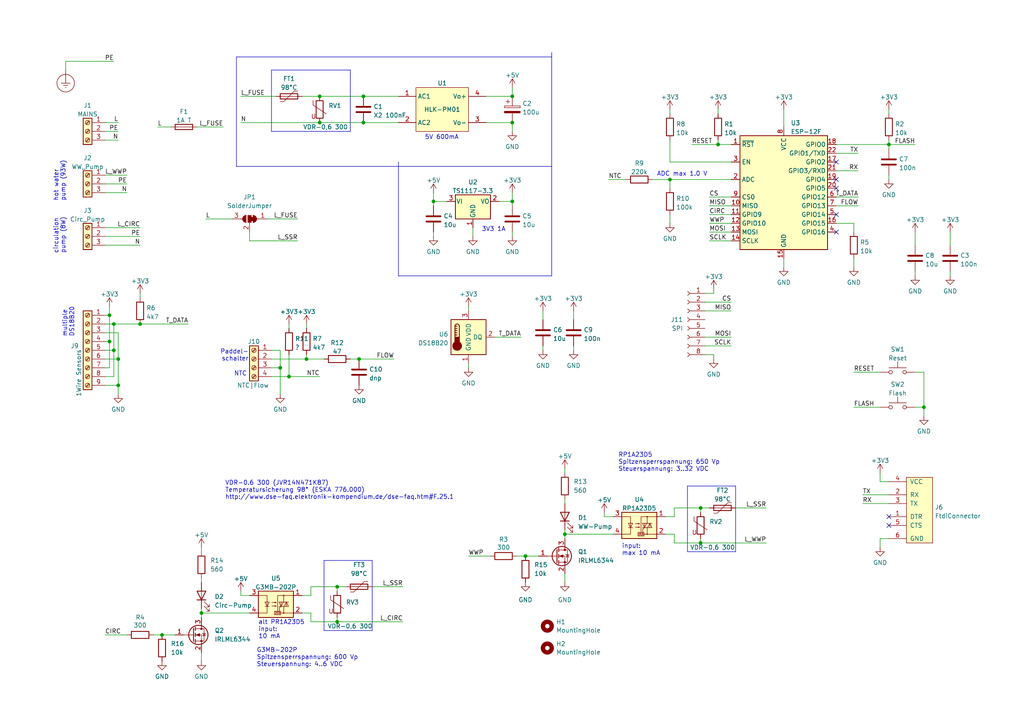
<source format=kicad_sch>
(kicad_sch (version 20231120) (generator "eeschema") (generator_version "8.0")
  (paper "A4")
  (title_block (title "TWW - Trinkwarmwasser") (date "2024-10-22") (rev "1.1") (comment 1 "CC BY-NC-SA 4.0"))
  (lib_symbols
    (symbol "Connector:Conn_01x08_Socket" (pin_names (offset 1.016) hide)
      (property "Reference" "J" (at 0 10.16 0))
      (property "Value" "Conn_01x08_Socket" (at 0 -12.7 0))
      (symbol "Conn_01x08_Socket_1_1"
        (pin passive line (at -5.08 7.62 0) (length 3.81) (name "Pin_1") (number "1"))
        (pin passive line (at -5.08 5.08 0) (length 3.81) (name "Pin_2") (number "2"))
        (pin passive line (at -5.08 2.54 0) (length 3.81) (name "Pin_3") (number "3"))
        (pin passive line (at -5.08 0 0) (length 3.81) (name "Pin_4") (number "4"))
        (pin passive line (at -5.08 -2.54 0) (length 3.81) (name "Pin_5") (number "5"))
        (pin passive line (at -5.08 -5.08 0) (length 3.81) (name "Pin_6") (number "6"))
        (pin passive line (at -5.08 -7.62 0) (length 3.81) (name "Pin_7") (number "7"))
        (pin passive line (at -5.08 -10.16 0) (length 3.81) (name "Pin_8") (number "8"))
      )
    )
    (symbol "Connector:Screw_Terminal_01x03" (pin_names (offset 1.016) hide)
      (property "Reference" "J" (at 0 5.08 0))
      (property "Value" "Screw_Terminal_01x03" (at 0 -5.08 0))
      (symbol "Screw_Terminal_01x03_1_1"
        (pin passive line (at -5.08 2.54 0) (length 3.81) (name "Pin_1") (number "1"))
        (pin passive line (at -5.08 0 0) (length 3.81) (name "Pin_2") (number "2"))
        (pin passive line (at -5.08 -2.54 0) (length 3.81) (name "Pin_3") (number "3"))
      )
    )
    (symbol "Connector:Screw_Terminal_01x04" (pin_names (offset 1.016) hide)
      (property "Reference" "J" (at 0 5.08 0))
      (property "Value" "Screw_Terminal_01x04" (at 0 -7.62 0))
      (symbol "Screw_Terminal_01x04_1_1"
        (pin passive line (at -5.08 2.54 0) (length 3.81) (name "Pin_1") (number "1"))
        (pin passive line (at -5.08 0 0) (length 3.81) (name "Pin_2") (number "2"))
        (pin passive line (at -5.08 -2.54 0) (length 3.81) (name "Pin_3") (number "3"))
        (pin passive line (at -5.08 -5.08 0) (length 3.81) (name "Pin_4") (number "4"))
      )
    )
    (symbol "Connector:Screw_Terminal_01x09" (pin_names (offset 1.016) hide)
      (property "Reference" "J" (at 0 12.7 0))
      (property "Value" "Screw_Terminal_01x09" (at 0 -12.7 0))
      (symbol "Screw_Terminal_01x09_1_1"
        (pin passive line (at -5.08 10.16 0) (length 3.81) (name "Pin_1") (number "1"))
        (pin passive line (at -5.08 7.62 0) (length 3.81) (name "Pin_2") (number "2"))
        (pin passive line (at -5.08 5.08 0) (length 3.81) (name "Pin_3") (number "3"))
        (pin passive line (at -5.08 2.54 0) (length 3.81) (name "Pin_4") (number "4"))
        (pin passive line (at -5.08 0 0) (length 3.81) (name "Pin_5") (number "5"))
        (pin passive line (at -5.08 -2.54 0) (length 3.81) (name "Pin_6") (number "6"))
        (pin passive line (at -5.08 -5.08 0) (length 3.81) (name "Pin_7") (number "7"))
        (pin passive line (at -5.08 -7.62 0) (length 3.81) (name "Pin_8") (number "8"))
        (pin passive line (at -5.08 -10.16 0) (length 3.81) (name "Pin_9") (number "9"))
      )
    )
    (symbol "Device:C" (pin_numbers hide) (pin_names (offset 0.254))
      (property "Reference" "C" (at 0.635 2.54 0))
      (property "Value" "C" (at 0.635 -2.54 0))
      (symbol "C_1_1"
        (pin passive line (at 0 3.81 270) (length 2.794) (name "~") (number "1"))
        (pin passive line (at 0 -3.81 90) (length 2.794) (name "~") (number "2"))
      )
    )
    (symbol "Device:C_Polarized" (pin_numbers hide) (pin_names (offset 0.254))
      (property "Reference" "C" (at 0.635 2.54 0))
      (property "Value" "C_Polarized" (at 0.635 -2.54 0))
      (symbol "C_Polarized_1_1"
        (pin passive line (at 0 3.81 270) (length 2.794) (name "~") (number "1"))
        (pin passive line (at 0 -3.81 90) (length 2.794) (name "~") (number "2"))
      )
    )
    (symbol "Device:Fuse" (pin_numbers hide) (pin_names (offset 0))
      (property "Reference" "F" (at 2.032 0 90))
      (property "Value" "Fuse" (at -1.905 0 90))
      (symbol "Fuse_1_1"
        (pin passive line (at 0 3.81 270) (length 1.27) (name "~") (number "1"))
        (pin passive line (at 0 -3.81 90) (length 1.27) (name "~") (number "2"))
      )
    )
    (symbol "Device:LED" (pin_numbers hide) (pin_names (offset 1.016) hide)
      (property "Reference" "D" (at 0 2.54 0))
      (property "Value" "LED" (at 0 -2.54 0))
      (symbol "LED_1_1"
        (pin passive line (at -3.81 0 0) (length 2.54) (name "K") (number "1"))
        (pin passive line (at 3.81 0 180) (length 2.54) (name "A") (number "2"))
      )
    )
    (symbol "Device:Polyfuse" (pin_numbers hide) (pin_names (offset 0))
      (property "Reference" "F" (at -2.54 0 90))
      (property "Value" "Polyfuse" (at 2.54 0 90))
      (symbol "Polyfuse_1_1"
        (pin passive line (at 0 3.81 270) (length 1.27) (name "~") (number "1"))
        (pin passive line (at 0 -3.81 90) (length 1.27) (name "~") (number "2"))
      )
    )
    (symbol "Device:R" (pin_numbers hide) (pin_names (offset 0))
      (property "Reference" "R" (at 2.032 0 90))
      (property "Value" "R" (at 0 0 90))
      (symbol "R_1_1"
        (pin passive line (at 0 3.81 270) (length 1.27) (name "~") (number "1"))
        (pin passive line (at 0 -3.81 90) (length 1.27) (name "~") (number "2"))
      )
    )
    (symbol "Device:Varistor" (pin_numbers hide) (pin_names (offset 0))
      (property "Reference" "RV" (at 3.175 0 90))
      (property "Value" "Varistor" (at -3.175 0 90))
      (symbol "Varistor_0_0"
        (text "U" (at -1.778 -2.032 0) (effects (font (size 1.27 1.27))))
      )
      (symbol "Varistor_1_1"
        (pin passive line (at 0 3.81 270) (length 1.27) (name "~") (number "1"))
        (pin passive line (at 0 -3.81 90) (length 1.27) (name "~") (number "2"))
      )
    )
    (symbol "Jumper:SolderJumper_3_Bridged12" (pin_names (offset 0) hide) (exclude_from_sim yes) (in_bom no)
      (property "Reference" "JP" (at -2.54 -2.54 0))
      (property "Value" "SolderJumper_3_Bridged12" (at 0 2.794 0))
      (symbol "SolderJumper_3_Bridged12_1_1"
        (pin passive line (at -5.08 0 0) (length 2.54) (name "A") (number "1"))
        (pin passive line (at 0 -3.81 90) (length 2.54) (name "C") (number "2"))
        (pin passive line (at 5.08 0 180) (length 2.54) (name "B") (number "3"))
      )
    )
    (symbol "Mechanical:MountingHole" (pin_names (offset 1.016))
      (property "Reference" "H" (at 0 5.08 0))
      (property "Value" "MountingHole" (at 0 3.175 0))
    )
    (symbol "RF_Module:ESP-12F"
      (property "Reference" "U" (at -12.7 19.05 0))
      (property "Value" "ESP-12F" (at 12.7 19.05 0))
      (symbol "ESP-12F_1_1"
        (pin input line (at -15.24 15.24 0) (length 2.54) (name "~{RST}") (number "1"))
        (pin bidirectional line (at -15.24 -2.54 0) (length 2.54) (name "MISO") (number "10"))
        (pin bidirectional line (at -15.24 -5.08 0) (length 2.54) (name "GPIO9") (number "11"))
        (pin bidirectional line (at -15.24 -7.62 0) (length 2.54) (name "GPIO10") (number "12"))
        (pin bidirectional line (at -15.24 -10.16 0) (length 2.54) (name "MOSI") (number "13"))
        (pin bidirectional line (at -15.24 -12.7 0) (length 2.54) (name "SCLK") (number "14"))
        (pin power_in line (at 0 -17.78 90) (length 2.54) (name "GND") (number "15"))
        (pin bidirectional line (at 15.24 -7.62 180) (length 2.54) (name "GPIO15") (number "16"))
        (pin bidirectional line (at 15.24 10.16 180) (length 2.54) (name "GPIO2") (number "17"))
        (pin bidirectional line (at 15.24 15.24 180) (length 2.54) (name "GPIO0") (number "18"))
        (pin bidirectional line (at 15.24 5.08 180) (length 2.54) (name "GPIO4") (number "19"))
        (pin input line (at -15.24 5.08 0) (length 2.54) (name "ADC") (number "2"))
        (pin bidirectional line (at 15.24 2.54 180) (length 2.54) (name "GPIO5") (number "20"))
        (pin bidirectional line (at 15.24 7.62 180) (length 2.54) (name "GPIO3/RXD") (number "21"))
        (pin bidirectional line (at 15.24 12.7 180) (length 2.54) (name "GPIO1/TXD") (number "22"))
        (pin input line (at -15.24 10.16 0) (length 2.54) (name "EN") (number "3"))
        (pin bidirectional line (at 15.24 -10.16 180) (length 2.54) (name "GPIO16") (number "4"))
        (pin bidirectional line (at 15.24 -5.08 180) (length 2.54) (name "GPIO14") (number "5"))
        (pin bidirectional line (at 15.24 0 180) (length 2.54) (name "GPIO12") (number "6"))
        (pin bidirectional line (at 15.24 -2.54 180) (length 2.54) (name "GPIO13") (number "7"))
        (pin power_in line (at 0 20.32 270) (length 2.54) (name "VCC") (number "8"))
        (pin input line (at -15.24 0 0) (length 2.54) (name "CS0") (number "9"))
      )
    )
    (symbol "Regulator_Linear:AMS1117-3.3" (pin_names (offset 0.254))
      (property "Reference" "U" (at -3.81 3.175 0))
      (property "Value" "AMS1117-3.3" (at 0 3.175 0))
      (symbol "AMS1117-3.3_1_1"
        (pin power_in line (at 0 -7.62 90) (length 2.54) (name "GND") (number "1"))
        (pin power_out line (at 7.62 0 180) (length 2.54) (name "VO") (number "2"))
        (pin power_in line (at -7.62 0 0) (length 2.54) (name "VI") (number "3"))
      )
    )
    (symbol "Relay_SolidState:S102S02"
      (property "Reference" "U" (at -5.08 5.08 0))
      (property "Value" "S102S02" (at 0 5.08 0))
      (symbol "S102S02_0_0"
        (text "ZCD" (at 0.508 -2.54 0) (effects (font (size 0.508 0.508))))
      )
      (symbol "S102S02_1_1"
        (pin passive line (at 7.62 2.54 180) (length 2.54) (name "~") (number "1"))
        (pin passive line (at 7.62 -2.54 180) (length 2.54) (name "~") (number "2"))
        (pin passive line (at -7.62 2.54 0) (length 2.54) (name "~") (number "3"))
        (pin passive line (at -7.62 -2.54 0) (length 2.54) (name "~") (number "4"))
      )
    )
    (symbol "Sensor_Temperature:DS18B20" (pin_names (offset 1.016))
      (property "Reference" "U" (at -3.81 6.35 0))
      (property "Value" "DS18B20" (at 6.35 6.35 0))
      (symbol "DS18B20_1_1"
        (pin power_in line (at 0 -7.62 90) (length 2.54) (name "GND") (number "1"))
        (pin bidirectional line (at 7.62 0 180) (length 2.54) (name "DQ") (number "2"))
        (pin power_in line (at 0 7.62 270) (length 2.54) (name "VDD") (number "3"))
      )
    )
    (symbol "Switch:SW_Push" (pin_numbers hide) (pin_names (offset 1.016) hide)
      (property "Reference" "SW" (at 1.27 2.54 0))
      (property "Value" "SW_Push" (at 0 -1.524 0))
      (symbol "SW_Push_0_1"
        (pin passive line (at -5.08 0 0) (length 2.54) (name "1") (number "1"))
        (pin passive line (at 5.08 0 180) (length 2.54) (name "2") (number "2"))
      )
    )
    (symbol "Transistor_FET:IRLML2060" (pin_names hide)
      (property "Reference" "Q" (at 5.08 1.905 0))
      (property "Value" "IRLML2060" (at 5.08 0 0))
      (symbol "IRLML2060_1_1"
        (pin input line (at -5.08 0 0) (length 2.54) (name "G") (number "1"))
        (pin passive line (at 2.54 -5.08 90) (length 2.54) (name "S") (number "2"))
        (pin passive line (at 2.54 5.08 270) (length 2.54) (name "D") (number "3"))
      )
    )
    (symbol "myConnectors:FtdiConnector" (pin_names (offset 1.016))
      (property "Reference" "J" (at 6.35 11.43 0))
      (property "Value" "FtdiConnector" (at 8.89 -10.16 0))
      (symbol "FtdiConnector_1_1"
        (pin passive line (at 0 -1.27 0) (length 5.08) (name "DTR") (number "1"))
        (pin bidirectional line (at 0 5.08 0) (length 5.08) (name "RX") (number "2"))
        (pin bidirectional line (at 0 2.54 0) (length 5.08) (name "TX") (number "3"))
        (pin power_in line (at 0 8.89 0) (length 5.08) (name "VCC") (number "4"))
        (pin passive line (at 0 -3.81 0) (length 5.08) (name "CTS") (number "5"))
        (pin power_in line (at 0 -7.62 0) (length 5.08) (name "GND") (number "6"))
      )
    )
    (symbol "myPowerModules:HLK-PMxx"
      (property "Reference" "U" (at 0 7.62 0))
      (property "Value" "HLK-PMxx" (at 0 0 0))
      (symbol "HLK-PMxx_1_1"
        (pin power_in line (at -12.7 3.81 0) (length 5.08) (name "AC1") (number "1"))
        (pin power_in line (at -12.7 -3.81 0) (length 5.08) (name "AC2") (number "2"))
        (pin power_out line (at 12.7 -3.81 180) (length 5.08) (name "Vo-") (number "3"))
        (pin power_out line (at 12.7 3.81 180) (length 5.08) (name "Vo+") (number "4"))
      )
    )
    (symbol "power:+3V3" (power) (pin_names (offset 0))
      (property "Value" "+3V3" (at 0 3.556 0))
      (symbol "+3V3_1_1"
        (pin power_in line (at 0 0 90) (length 0) hide (name "+3V3") (number "1"))
      )
    )
    (symbol "power:+5V" (power) (pin_names (offset 0))
      (property "Value" "+5V" (at 0 3.556 0))
      (symbol "+5V_1_1"
        (pin power_in line (at 0 0 90) (length 0) hide (name "+5V") (number "1"))
      )
    )
    (symbol "power:Earth_Protective" (power) (pin_names (offset 0))
      (symbol "Earth_Protective_1_1"
        (pin power_in line (at 0 0 270) (length 0) hide (name "Earth_Protective") (number "1"))
      )
    )
    (symbol "power:GND" (power) (pin_names (offset 0))
      (property "Value" "GND" (at 0 -3.81 0))
      (symbol "GND_1_1"
        (pin power_in line (at 0 0 270) (length 0) hide (name "GND") (number "1"))
      )
    )
  )
  (junction (at 46.99 184.15))
  (junction (at 104.14 104.14))
  (junction (at 148.59 58.42))
  (junction (at 194.31 52.07))
  (junction (at 40.64 93.98))
  (junction (at 83.82 109.22))
  (junction (at 267.97 118.11))
  (junction (at 208.28 41.91))
  (junction (at 33.02 93.98))
  (junction (at 105.41 27.94))
  (junction (at 92.71 27.94))
  (junction (at 163.83 154.94))
  (junction (at 92.71 35.56))
  (junction (at 105.41 35.56))
  (junction (at 203.2 157.48))
  (junction (at 148.59 35.56))
  (junction (at 97.79 180.34))
  (junction (at 152.4 161.29))
  (junction (at 97.79 170.18))
  (junction (at 58.42 177.8))
  (junction (at 148.59 27.94))
  (junction (at 125.73 58.42))
  (junction (at 31.75 91.44))
  (junction (at 33.02 101.6))
  (junction (at 257.81 41.91))
  (junction (at 88.9 104.14))
  (junction (at 34.29 111.76))
  (junction (at 203.2 147.32))
  (junction (at 34.29 104.14))
  (junction (at 31.75 99.06))
  (junction (at 81.28 106.68))
  (no_connect (at 242.57 54.61))
  (no_connect (at 257.81 152.4))
  (no_connect (at 257.81 149.86))
  (no_connect (at 242.57 52.07))
  (no_connect (at 242.57 67.31))
  (no_connect (at 242.57 62.23))
  (no_connect (at 242.57 46.99))
  (wire (pts (xy 30.48 101.6) (xy 33.02 101.6)))
  (wire (pts (xy 30.48 40.64) (xy 34.29 40.64)))
  (polyline (pts (xy 93.98 162.56) (xy 93.98 182.88)))
  (wire (pts (xy 148.59 55.88) (xy 148.59 58.42)))
  (polyline (pts (xy 160.02 46.99) (xy 160.02 80.01)))
  (wire (pts (xy 30.48 50.8) (xy 36.83 50.8)))
  (wire (pts (xy 242.57 41.91) (xy 257.81 41.91)))
  (wire (pts (xy 58.42 177.8) (xy 58.42 179.07)))
  (wire (pts (xy 205.74 62.23) (xy 212.09 62.23)))
  (wire (pts (xy 195.58 157.48) (xy 203.2 157.48)))
  (wire (pts (xy 194.31 46.99) (xy 212.09 46.99)))
  (wire (pts (xy 204.47 85.09) (xy 207.01 85.09)))
  (polyline (pts (xy 199.39 140.97) (xy 213.36 140.97)))
  (wire (pts (xy 275.59 78.74) (xy 275.59 80.01)))
  (wire (pts (xy 207.01 85.09) (xy 207.01 83.82)))
  (wire (pts (xy 194.31 52.07) (xy 194.31 54.61)))
  (wire (pts (xy 31.75 99.06) (xy 31.75 106.68)))
  (wire (pts (xy 97.79 170.18) (xy 100.33 170.18)))
  (wire (pts (xy 163.83 144.78) (xy 163.83 146.05)))
  (wire (pts (xy 69.85 35.56) (xy 92.71 35.56)))
  (wire (pts (xy 135.89 88.9) (xy 135.89 90.17)))
  (wire (pts (xy 78.74 106.68) (xy 81.28 106.68)))
  (wire (pts (xy 194.31 62.23) (xy 194.31 64.77)))
  (wire (pts (xy 227.33 31.75) (xy 227.33 36.83)))
  (polyline (pts (xy 78.74 20.32) (xy 78.74 38.1)))
  (wire (pts (xy 30.48 111.76) (xy 34.29 111.76)))
  (wire (pts (xy 58.42 167.64) (xy 58.42 168.91)))
  (wire (pts (xy 204.47 97.79) (xy 212.09 97.79)))
  (wire (pts (xy 69.85 172.72) (xy 72.39 172.72)))
  (wire (pts (xy 204.47 100.33) (xy 212.09 100.33)))
  (wire (pts (xy 157.48 90.17) (xy 157.48 92.71)))
  (wire (pts (xy 242.57 44.45) (xy 248.92 44.45)))
  (wire (pts (xy 30.48 71.12) (xy 40.64 71.12)))
  (wire (pts (xy 105.41 27.94) (xy 115.57 27.94)))
  (wire (pts (xy 57.15 36.83) (xy 64.77 36.83)))
  (wire (pts (xy 83.82 102.87) (xy 83.82 109.22)))
  (wire (pts (xy 193.04 149.86) (xy 195.58 149.86)))
  (wire (pts (xy 257.81 41.91) (xy 265.43 41.91)))
  (wire (pts (xy 105.41 35.56) (xy 115.57 35.56)))
  (wire (pts (xy 30.48 104.14) (xy 34.29 104.14)))
  (wire (pts (xy 19.05 17.78) (xy 19.05 20.32)))
  (wire (pts (xy 30.48 55.88) (xy 36.83 55.88)))
  (polyline (pts (xy 213.36 140.97) (xy 213.36 160.02)))
  (wire (pts (xy 247.65 118.11) (xy 255.27 118.11)))
  (wire (pts (xy 205.74 69.85) (xy 212.09 69.85)))
  (wire (pts (xy 242.57 59.69) (xy 248.92 59.69)))
  (polyline (pts (xy 93.98 162.56) (xy 107.95 162.56)))
  (wire (pts (xy 143.51 97.79) (xy 151.13 97.79)))
  (wire (pts (xy 257.81 156.21) (xy 255.27 156.21)))
  (wire (pts (xy 207.01 102.87) (xy 207.01 104.14)))
  (wire (pts (xy 205.74 64.77) (xy 212.09 64.77)))
  (wire (pts (xy 257.81 40.64) (xy 257.81 41.91)))
  (wire (pts (xy 205.74 57.15) (xy 212.09 57.15)))
  (wire (pts (xy 255.27 137.16) (xy 255.27 139.7)))
  (wire (pts (xy 275.59 67.31) (xy 275.59 71.12)))
  (wire (pts (xy 31.75 88.9) (xy 31.75 91.44)))
  (wire (pts (xy 193.04 154.94) (xy 195.58 154.94)))
  (wire (pts (xy 30.48 38.1) (xy 34.29 38.1)))
  (wire (pts (xy 30.48 106.68) (xy 31.75 106.68)))
  (wire (pts (xy 163.83 135.89) (xy 163.83 137.16)))
  (wire (pts (xy 31.75 91.44) (xy 31.75 99.06)))
  (wire (pts (xy 163.83 153.67) (xy 163.83 154.94)))
  (wire (pts (xy 208.28 41.91) (xy 212.09 41.91)))
  (wire (pts (xy 30.48 109.22) (xy 33.02 109.22)))
  (wire (pts (xy 97.79 179.07) (xy 97.79 180.34)))
  (wire (pts (xy 140.97 27.94) (xy 148.59 27.94)))
  (wire (pts (xy 78.74 101.6) (xy 81.28 101.6)))
  (wire (pts (xy 58.42 158.75) (xy 58.42 160.02)))
  (polyline (pts (xy 101.6 38.1) (xy 78.74 38.1)))
  (polyline (pts (xy 68.58 48.26) (xy 160.02 48.26)))
  (wire (pts (xy 45.72 36.83) (xy 49.53 36.83)))
  (wire (pts (xy 72.39 67.31) (xy 72.39 69.85)))
  (wire (pts (xy 88.9 104.14) (xy 88.9 102.87)))
  (wire (pts (xy 97.79 170.18) (xy 97.79 171.45)))
  (wire (pts (xy 81.28 106.68) (xy 81.28 114.3)))
  (polyline (pts (xy 160.02 46.99) (xy 160.02 15.24)))
  (wire (pts (xy 78.74 109.22) (xy 83.82 109.22)))
  (wire (pts (xy 101.6 104.14) (xy 104.14 104.14)))
  (wire (pts (xy 140.97 35.56) (xy 148.59 35.56)))
  (wire (pts (xy 69.85 171.45) (xy 69.85 172.72)))
  (wire (pts (xy 34.29 111.76) (xy 34.29 114.3)))
  (wire (pts (xy 83.82 93.98) (xy 83.82 95.25)))
  (wire (pts (xy 257.81 31.75) (xy 257.81 33.02)))
  (wire (pts (xy 194.31 52.07) (xy 212.09 52.07)))
  (wire (pts (xy 87.63 177.8) (xy 90.17 177.8)))
  (wire (pts (xy 90.17 172.72) (xy 90.17 170.18)))
  (polyline (pts (xy 115.57 80.01) (xy 115.57 46.99)))
  (wire (pts (xy 195.58 154.94) (xy 195.58 157.48)))
  (polyline (pts (xy 107.95 182.88) (xy 93.98 182.88)))
  (wire (pts (xy 144.78 58.42) (xy 148.59 58.42)))
  (wire (pts (xy 265.43 107.95) (xy 267.97 107.95)))
  (wire (pts (xy 88.9 104.14) (xy 93.98 104.14)))
  (wire (pts (xy 242.57 57.15) (xy 248.92 57.15)))
  (wire (pts (xy 166.37 100.33) (xy 166.37 101.6)))
  (wire (pts (xy 30.48 184.15) (xy 36.83 184.15)))
  (wire (pts (xy 58.42 177.8) (xy 72.39 177.8)))
  (wire (pts (xy 97.79 180.34) (xy 116.84 180.34)))
  (wire (pts (xy 203.2 157.48) (xy 222.25 157.48)))
  (polyline (pts (xy 199.39 140.97) (xy 199.39 160.02)))
  (polyline (pts (xy 107.95 162.56) (xy 107.95 182.88)))
  (wire (pts (xy 204.47 90.17) (xy 212.09 90.17)))
  (wire (pts (xy 157.48 100.33) (xy 157.48 101.6)))
  (wire (pts (xy 204.47 87.63) (xy 212.09 87.63)))
  (wire (pts (xy 30.48 91.44) (xy 31.75 91.44)))
  (wire (pts (xy 40.64 93.98) (xy 54.61 93.98)))
  (wire (pts (xy 44.45 184.15) (xy 46.99 184.15)))
  (wire (pts (xy 205.74 67.31) (xy 212.09 67.31)))
  (wire (pts (xy 46.99 184.15) (xy 50.8 184.15)))
  (wire (pts (xy 88.9 93.98) (xy 88.9 95.25)))
  (wire (pts (xy 34.29 104.14) (xy 34.29 96.52)))
  (wire (pts (xy 30.48 66.04) (xy 40.64 66.04)))
  (wire (pts (xy 58.42 176.53) (xy 58.42 177.8)))
  (wire (pts (xy 267.97 118.11) (xy 265.43 118.11)))
  (wire (pts (xy 250.19 143.51) (xy 257.81 143.51)))
  (wire (pts (xy 34.29 111.76) (xy 34.29 104.14)))
  (polyline (pts (xy 78.74 20.32) (xy 101.6 20.32)))
  (wire (pts (xy 135.89 105.41) (xy 135.89 106.68)))
  (wire (pts (xy 195.58 147.32) (xy 203.2 147.32)))
  (wire (pts (xy 247.65 64.77) (xy 247.65 67.31)))
  (wire (pts (xy 247.65 74.93) (xy 247.65 77.47)))
  (wire (pts (xy 30.48 96.52) (xy 34.29 96.52)))
  (wire (pts (xy 203.2 156.21) (xy 203.2 157.48)))
  (wire (pts (xy 194.31 40.64) (xy 194.31 46.99)))
  (wire (pts (xy 81.28 101.6) (xy 81.28 106.68)))
  (wire (pts (xy 30.48 93.98) (xy 33.02 93.98)))
  (wire (pts (xy 250.19 146.05) (xy 257.81 146.05)))
  (wire (pts (xy 257.81 139.7) (xy 255.27 139.7)))
  (wire (pts (xy 267.97 120.65) (xy 267.97 118.11)))
  (wire (pts (xy 247.65 107.95) (xy 255.27 107.95)))
  (wire (pts (xy 92.71 27.94) (xy 105.41 27.94)))
  (wire (pts (xy 203.2 147.32) (xy 205.74 147.32)))
  (wire (pts (xy 267.97 107.95) (xy 267.97 118.11)))
  (wire (pts (xy 92.71 35.56) (xy 105.41 35.56)))
  (wire (pts (xy 257.81 41.91) (xy 257.81 43.18)))
  (wire (pts (xy 90.17 177.8) (xy 90.17 180.34)))
  (wire (pts (xy 163.83 166.37) (xy 163.83 168.91)))
  (wire (pts (xy 31.75 99.06) (xy 30.48 99.06)))
  (polyline (pts (xy 160.02 80.01) (xy 115.57 80.01)))
  (wire (pts (xy 242.57 49.53) (xy 248.92 49.53)))
  (wire (pts (xy 30.48 35.56) (xy 34.29 35.56)))
  (wire (pts (xy 137.16 66.04) (xy 137.16 68.58)))
  (wire (pts (xy 213.36 147.32) (xy 222.25 147.32)))
  (polyline (pts (xy 213.36 160.02) (xy 199.39 160.02)))
  (polyline (pts (xy 101.6 20.32) (xy 101.6 38.1)))
  (wire (pts (xy 107.95 170.18) (xy 116.84 170.18)))
  (wire (pts (xy 149.86 161.29) (xy 152.4 161.29)))
  (wire (pts (xy 148.59 35.56) (xy 148.59 38.1)))
  (wire (pts (xy 189.23 52.07) (xy 194.31 52.07)))
  (wire (pts (xy 227.33 74.93) (xy 227.33 77.47)))
  (wire (pts (xy 194.31 31.75) (xy 194.31 33.02)))
  (wire (pts (xy 125.73 58.42) (xy 129.54 58.42)))
  (wire (pts (xy 33.02 109.22) (xy 33.02 101.6)))
  (wire (pts (xy 87.63 172.72) (xy 90.17 172.72)))
  (wire (pts (xy 255.27 156.21) (xy 255.27 158.75)))
  (wire (pts (xy 265.43 78.74) (xy 265.43 80.01)))
  (wire (pts (xy 30.48 53.34) (xy 36.83 53.34)))
  (wire (pts (xy 135.89 161.29) (xy 142.24 161.29)))
  (wire (pts (xy 77.47 63.5) (xy 86.36 63.5)))
  (wire (pts (xy 200.66 41.91) (xy 208.28 41.91)))
  (wire (pts (xy 242.57 64.77) (xy 247.65 64.77)))
  (wire (pts (xy 152.4 161.29) (xy 156.21 161.29)))
  (wire (pts (xy 58.42 189.23) (xy 58.42 191.77)))
  (wire (pts (xy 30.48 68.58) (xy 40.64 68.58)))
  (wire (pts (xy 90.17 180.34) (xy 97.79 180.34)))
  (wire (pts (xy 166.37 90.17) (xy 166.37 92.71)))
  (wire (pts (xy 33.02 93.98) (xy 40.64 93.98)))
  (wire (pts (xy 83.82 109.22) (xy 92.71 109.22)))
  (wire (pts (xy 176.53 52.07) (xy 181.61 52.07)))
  (wire (pts (xy 175.26 149.86) (xy 177.8 149.86)))
  (wire (pts (xy 257.81 50.8) (xy 257.81 52.07)))
  (wire (pts (xy 33.02 101.6) (xy 33.02 93.98)))
  (wire (pts (xy 195.58 149.86) (xy 195.58 147.32)))
  (wire (pts (xy 125.73 67.31) (xy 125.73 68.58)))
  (wire (pts (xy 163.83 154.94) (xy 163.83 156.21)))
  (wire (pts (xy 59.69 63.5) (xy 67.31 63.5)))
  (wire (pts (xy 204.47 102.87) (xy 207.01 102.87)))
  (wire (pts (xy 208.28 40.64) (xy 208.28 41.91)))
  (wire (pts (xy 148.59 25.4) (xy 148.59 27.94)))
  (wire (pts (xy 104.14 104.14) (xy 114.3 104.14)))
  (wire (pts (xy 265.43 67.31) (xy 265.43 71.12)))
  (wire (pts (xy 208.28 31.75) (xy 208.28 33.02)))
  (wire (pts (xy 125.73 55.88) (xy 125.73 58.42)))
  (polyline (pts (xy 68.58 16.51) (xy 68.58 48.26)))
  (wire (pts (xy 19.05 17.78) (xy 33.02 17.78)))
  (wire (pts (xy 40.64 85.09) (xy 40.64 86.36)))
  (wire (pts (xy 69.85 27.94) (xy 80.01 27.94)))
  (wire (pts (xy 125.73 58.42) (xy 125.73 59.69)))
  (wire (pts (xy 87.63 27.94) (xy 92.71 27.94)))
  (wire (pts (xy 78.74 104.14) (xy 88.9 104.14)))
  (wire (pts (xy 148.59 67.31) (xy 148.59 68.58)))
  (wire (pts (xy 72.39 69.85) (xy 86.36 69.85)))
  (wire (pts (xy 203.2 147.32) (xy 203.2 148.59)))
  (wire (pts (xy 148.59 58.42) (xy 148.59 59.69)))
  (wire (pts (xy 163.83 154.94) (xy 177.8 154.94)))
  (wire (pts (xy 175.26 148.59) (xy 175.26 149.86)))
  (polyline (pts (xy 68.58 16.51) (xy 160.02 16.51)))
  (wire (pts (xy 205.74 59.69) (xy 212.09 59.69)))
  (wire (pts (xy 90.17 170.18) (xy 97.79 170.18)))
  (text "hot water\npump (93W)" (at 19.05 58.42 90) (effects (font (size 1.27 1.27)) (justify left bottom)))
  (text "VDR-0.6 300 (JVR14N471K87)\nTemperatursicherung 98° (ESKA 776.000)\nhttp://www.dse-faq.elektronik-kompendium.de/dse-faq.htm#F.25.1\n\n" (at 65.278 139.446 0) (effects (font (size 1.27 1.27)) (justify left top)))
  (text "input:\nmax 10 mA" (at 180.34 161.29 0) (effects (font (size 1.27 1.27)) (justify left bottom)))
  (text "ADC max 1.0 V" (at 197.866 50.546 0) (effects (font (size 1.27 1.27))))
  (text "3V3 1A" (at 139.7 67.31 0) (effects (font (size 1.27 1.27)) (justify left bottom)))
  (text "Paddel-\nschalter" (at 72.136 104.902 0) (effects (font (size 1.27 1.27)) (justify right bottom)))
  (text "alt PR1A23D5\ninput: \n10 mA" (at 74.93 185.42 0) (effects (font (size 1.27 1.27)) (justify left bottom)))
  (text "G3MB-202P\nSpitzensperrspannung: 600 Vp\nSteuerspannung: 4..6 VDC\n" (at 74.422 187.96 0) (effects (font (size 1.27 1.27)) (justify left top)))
  (text "5V 600mA" (at 123.19 40.64 0) (effects (font (size 1.27 1.27)) (justify left bottom)))
  (text "NTC" (at 71.628 109.22 0) (effects (font (size 1.27 1.27)) (justify right bottom)))
  (text "RP1A23D5\nSpitzensperrspannung: 650 Vp\nSteuerspannung: 3..32 VDC\n" (at 179.324 131.318 0) (effects (font (size 1.27 1.27)) (justify left top)))
  (text "circulation\npump (8W)" (at 19.05 73.66 90) (effects (font (size 1.27 1.27)) (justify left bottom)))
  (text "multiple\nDS18B20\n" (at 21.59 97.79 90) (effects (font (size 1.27 1.27)) (justify left bottom)))
  (label "RESET" (at 200.66 41.91 0))
  (label "PE" (at 33.02 17.78 180))
  (label "TX" (at 248.92 44.45 180))
  (label "FLASH" (at 247.65 118.11 0))
  (label "CS" (at 205.74 57.15 0))
  (label "T_DATA" (at 248.92 57.15 180))
  (label "RX" (at 248.92 49.53 180))
  (label "N" (at 36.83 55.88 180))
  (label "MISO" (at 212.09 90.17 180))
  (label "MOSI" (at 205.74 67.31 0))
  (label "T_DATA" (at 54.61 93.98 180))
  (label "SCLK" (at 212.09 100.33 180))
  (label "RX" (at 250.19 146.05 0))
  (label "L_CIRC" (at 116.84 180.34 180))
  (label "TX" (at 250.19 143.51 0))
  (label "FLOW" (at 248.92 59.69 180))
  (label "MOSI" (at 212.09 97.79 180))
  (label "L_FUSE" (at 86.36 63.5 180))
  (label "L_SSR" (at 222.25 147.32 180))
  (label "RESET" (at 247.65 107.95 0))
  (label "L_WWP" (at 222.25 157.48 180))
  (label "PE" (at 40.64 68.58 180))
  (label "L_WWP" (at 36.83 50.8 180))
  (label "NTC" (at 92.71 109.22 180))
  (label "L_CIRC" (at 40.64 66.04 180))
  (label "CS" (at 212.09 87.63 180))
  (label "L_FUSE" (at 69.85 27.94 0))
  (label "PE" (at 36.83 53.34 180))
  (label "N" (at 34.29 40.64 180))
  (label "CIRC" (at 30.48 184.15 0))
  (label "MISO" (at 205.74 59.69 0))
  (label "L_SSR" (at 86.36 69.85 180))
  (label "WWP" (at 135.89 161.29 0))
  (label "SCLK" (at 205.74 69.85 0))
  (label "L_SSR" (at 116.84 170.18 180))
  (label "L_FUSE" (at 64.77 36.83 180))
  (label "CIRC" (at 205.74 62.23 0))
  (label "N" (at 40.64 71.12 180))
  (label "N" (at 69.85 35.56 0))
  (label "T_DATA" (at 151.13 97.79 180))
  (label "FLOW" (at 114.3 104.14 180))
  (label "WWP" (at 205.74 64.77 0))
  (label "FLASH" (at 265.43 41.91 180))
  (label "PE" (at 34.29 38.1 180))
  (label "NTC" (at 176.53 52.07 0))
  (label "L" (at 59.69 63.5 0))
  (label "L" (at 34.29 35.56 180))
  (label "L" (at 45.72 36.83 0))
  (symbol (lib_id "power:GND") (at 207.01 104.14 0) (unit 1)
    (property "Reference" "#PWR027" (effects (hide yes)))
    (property "Value" "GND" (at 207.01 108.5834 0))
  )
  (symbol (lib_id "power:+3V3") (at 148.59 55.88 0) (unit 1)
    (property "Reference" "#PWR08" (effects (hide yes)))
    (property "Value" "+3V3" (at 148.59 52.3042 0))
  )
  (symbol (lib_id "power:GND") (at 148.59 68.58 0) (unit 1)
    (property "Reference" "#PWR011" (effects (hide yes)))
    (property "Value" "GND" (at 148.59 73.0234 0))
  )
  (symbol (lib_id "power:+5V") (at 175.26 148.59 0) (unit 1)
    (property "Reference" "#PWR017" (effects (hide yes)))
    (property "Value" "+5V" (at 175.26 145.0142 0))
  )
  (symbol (lib_id "Sensor_Temperature:DS18B20") (at 135.89 97.79 0) (unit 1)
    (property "Reference" "U6" (at 130.048 96.9553 0) (effects (justify right)))
    (property "Value" "DS18B20" (at 130.048 99.4922 0) (effects (justify right)))
    (property "Footprint" "Package_TO_SOT_THT:TO-92_Inline" (effects (hide yes)))
    (property "Datasheet" "http://datasheets.maximintegrated.com/en/ds/DS18B20.pdf" (effects (hide yes)))
  )
  (symbol (lib_id "Mechanical:MountingHole") (at 158.75 181.61 0) (unit 1)
    (property "Reference" "H1" (at 161.29 180.3979 0) (effects (justify left)))
    (property "Value" "MountingHole" (at 161.29 182.8221 0) (effects (justify left)))
    (property "Footprint" "MountingHole:MountingHole_3.2mm_M3" (effects (hide yes)))
  )
  (symbol (lib_id "power:+3V3") (at 208.28 31.75 0) (unit 1)
    (property "Reference" "#PWR02" (effects (hide yes)))
    (property "Value" "+3V3" (at 208.28 28.1742 0))
  )
  (symbol (lib_id "Transistor_FET:IRLML2060") (at 161.29 161.29 0) (unit 1)
    (property "Reference" "Q1" (at 167.64 160.0199 0) (effects (justify left)))
    (property "Value" "IRLML6344" (at 167.64 162.5599 0) (effects (justify left)))
    (property "Footprint" "Package_TO_SOT_SMD:SOT-23_Handsoldering" (effects (hide yes)))
    (property "Datasheet" "https://www.infineon.com/dgdl/Infineon-IRLML6344-DataSheet-v01_01-EN.pdf" (effects (hide yes)))
    (property "Description" "1.2A Id, 60V Vds, 37mOhm Rds, N-Channel HEXFET Power MOSFET, SOT-23" (effects (hide yes)))
  )
  (symbol (lib_id "power:GND") (at 255.27 158.75 0) (unit 1)
    (property "Reference" "#PWR021" (effects (hide yes)))
    (property "Value" "GND" (at 255.27 163.1934 0))
  )
  (symbol (lib_id "power:GND") (at 135.89 106.68 0) (unit 1)
    (property "Reference" "#PWR029" (effects (hide yes)))
    (property "Value" "GND" (at 135.89 111.1234 0))
  )
  (symbol (lib_id "RF_Module:ESP-12F") (at 227.33 57.15 0) (unit 1)
    (property "Reference" "U3" (at 229.3494 35.6702 0) (effects (justify left)))
    (property "Value" "ESP-12F" (at 229.3494 38.2071 0) (effects (justify left)))
    (property "Footprint" "RF_Module:ESP-12E" (effects (hide yes)))
    (property "Datasheet" "http://wiki.ai-thinker.com/_media/esp8266/esp8266_series_modules_user_manual_v1.1.pdf" (effects (hide yes)))
  )
  (symbol (lib_id "Regulator_Linear:AMS1117-3.3") (at 137.16 58.42 0) (unit 1)
    (property "Reference" "U2" (at 137.16 52.8152 0))
    (property "Value" "TS1117-3.3" (at 137.16 55.3521 0))
    (property "Footprint" "Package_TO_SOT_SMD:SOT-223-3_TabPin2" (effects (hide yes)))
    (property "Datasheet" "http://www.advanced-monolithic.com/pdf/ds1117.pdf" (effects (hide yes)))
  )
  (symbol (lib_id "Device:LED") (at 58.42 172.72 90) (unit 1)
    (property "Reference" "D2" (at 62.23 173.0374 90) (effects (justify right)))
    (property "Value" "Circ-Pump" (at 62.23 175.5774 90) (effects (justify right)))
    (property "Footprint" "LED_SMD:LED_0805_2012Metric_Pad1.15x1.40mm_HandSolder" (effects (hide yes)))
  )
  (symbol (lib_id "Device:R") (at 152.4 165.1 180) (unit 1)
    (property "Reference" "R15" (at 154.94 163.8299 0) (effects (justify right)))
    (property "Value" "10k" (at 154.94 166.3699 0) (effects (justify right)))
    (property "Footprint" "Resistor_SMD:R_0805_2012Metric_Pad1.20x1.40mm_HandSolder" (effects (hide yes)))
  )
  (symbol (lib_id "Device:Varistor") (at 203.2 152.4 0) (unit 1)
    (property "Reference" "RV2" (at 205.74 151.3232 0) (effects (justify left)))
    (property "Value" "VDR-0,6 300" (at 200.152 158.75 0) (effects (justify left)))
    (property "Footprint" "Varistor:RV_Disc_D12mm_W3.9mm_P7.5mm" (effects (hide yes)))
  )
  (symbol (lib_id "power:GND") (at 104.14 111.76 0) (unit 1)
    (property "Reference" "#PWR033" (effects (hide yes)))
    (property "Value" "GND" (at 104.14 116.2034 0))
  )
  (symbol (lib_id "power:+5V") (at 125.73 55.88 0) (unit 1)
    (property "Reference" "#PWR07" (effects (hide yes)))
    (property "Value" "+5V" (at 125.73 52.3042 0))
  )
  (symbol (lib_id "Device:C") (at 104.14 107.95 0) (unit 1)
    (property "Reference" "C10" (at 107.061 107.1153 0) (effects (justify left)))
    (property "Value" "dnp" (at 107.061 109.6522 0) (effects (justify left)))
    (property "Footprint" "Capacitor_SMD:C_0805_2012Metric_Pad1.18x1.45mm_HandSolder" (effects (hide yes)))
  )
  (symbol (lib_id "power:GND") (at 148.59 38.1 0) (unit 1)
    (property "Reference" "#PWR05" (effects (hide yes)))
    (property "Value" "GND" (at 148.59 42.5434 0))
  )
  (symbol (lib_id "Jumper:SolderJumper_3_Bridged12") (at 72.39 63.5 0) (mirror y) (unit 1) (exclude_from_sim yes) (in_bom no)
    (property "Reference" "JP1" (at 72.39 57.15 0))
    (property "Value" "SolderJumper" (at 72.39 59.69 0))
    (property "Footprint" "Jumper:SolderJumper-3_P1.3mm_Bridged12_Pad1.0x1.5mm" (effects (hide yes)))
    (property "Description" "3-pole Solder Jumper, pins 1+2 closed/bridged" (effects (hide yes)))
  )
  (symbol (lib_id "power:GND") (at 267.97 120.65 0) (unit 1)
    (property "Reference" "#PWR019" (effects (hide yes)))
    (property "Value" "GND" (at 267.97 125.0934 0))
  )
  (symbol (lib_id "Device:R") (at 83.82 99.06 0) (unit 1)
    (property "Reference" "R11" (at 85.598 98.2253 0) (effects (justify left)))
    (property "Value" "?" (at 85.598 100.7622 0) (effects (justify left)))
    (property "Footprint" "Resistor_SMD:R_0805_2012Metric_Pad1.20x1.40mm_HandSolder" (effects (hide yes)))
  )
  (symbol (lib_id "Connector:Screw_Terminal_01x09") (at 25.4 101.6 0) (mirror y) (unit 1)
    (property "Reference" "J9" (at 22.86 100.3299 0) (effects (justify left)))
    (property "Value" "1Wire Sensors" (at 22.86 115.062 90) (effects (justify left)))
    (property "Footprint" "Wago-P-250:P-250-409" (effects (hide yes)))
    (property "Description" "Generic screw terminal, single row, 01x09, script generated (kicad-library-utils/schlib/autogen/connector/)" (effects (hide yes)))
  )
  (symbol (lib_id "power:+3V3") (at 40.64 85.09 0) (unit 1)
    (property "Reference" "#PWR0103" (effects (hide yes)))
    (property "Value" "+3V3" (at 40.64 81.5142 0))
  )
  (symbol (lib_id "Device:C") (at 148.59 63.5 0) (unit 1)
    (property "Reference" "C5" (at 151.511 62.6653 0) (effects (justify left)))
    (property "Value" "10u" (at 151.511 65.2022 0) (effects (justify left)))
    (property "Footprint" "Capacitor_SMD:C_0805_2012Metric_Pad1.18x1.45mm_HandSolder" (effects (hide yes)))
  )
  (symbol (lib_id "Device:Polyfuse") (at 83.82 27.94 270) (unit 1)
    (property "Reference" "FT1" (at 83.82 22.8432 90))
    (property "Value" "98°C" (at 83.82 25.3801 90))
    (property "Footprint" "Resistor_THT:R_Axial_DIN0411_L9.9mm_D3.6mm_P5.08mm_Vertical" (effects (hide yes)))
  )
  (symbol (lib_id "power:+3V3") (at 227.33 31.75 0) (unit 1)
    (property "Reference" "#PWR04" (effects (hide yes)))
    (property "Value" "+3V3" (at 227.33 28.1742 0))
  )
  (symbol (lib_id "power:GND") (at 247.65 77.47 0) (unit 1)
    (property "Reference" "#PWR0101" (effects (hide yes)))
    (property "Value" "GND" (at 247.65 81.9134 0))
  )
  (symbol (lib_id "Device:R") (at 40.64 184.15 90) (unit 1)
    (property "Reference" "R4" (at 40.64 179.07 90))
    (property "Value" "300" (at 40.64 181.356 90))
    (property "Footprint" "Resistor_SMD:R_0805_2012Metric_Pad1.20x1.40mm_HandSolder" (effects (hide yes)))
  )
  (symbol (lib_id "Device:C") (at 157.48 96.52 0) (unit 1)
    (property "Reference" "C6" (at 160.401 95.6853 0) (effects (justify left)))
    (property "Value" "10u" (at 160.401 98.2222 0) (effects (justify left)))
    (property "Footprint" "Capacitor_SMD:C_0805_2012Metric_Pad1.18x1.45mm_HandSolder" (effects (hide yes)))
  )
  (symbol (lib_id "Device:Fuse") (at 53.34 36.83 90) (unit 1)
    (property "Reference" "F1" (at 53.34 32.3682 90))
    (property "Value" "1A T" (at 53.34 34.9051 90))
    (property "Footprint" "Fuse:Fuseholder_TR5_Littelfuse_No560_No460" (effects (hide yes)))
  )
  (symbol (lib_id "myConnectors:FtdiConnector") (at 257.81 148.59 0) (unit 1)
    (property "Reference" "J6" (at 271.145 147.1203 0) (effects (justify left)))
    (property "Value" "FtdiConnector" (at 271.145 149.6572 0) (effects (justify left)))
    (property "Footprint" "myPinHeaders:Pin_Header_Straight_1x06_Pitch2.54mm_Tight_Fit" (effects (hide yes)))
  )
  (symbol (lib_id "Device:R") (at 194.31 36.83 0) (unit 1)
    (property "Reference" "R8" (at 196.088 35.9953 0) (effects (justify left)))
    (property "Value" "10k" (at 196.088 38.5322 0) (effects (justify left)))
    (property "Footprint" "Resistor_SMD:R_0805_2012Metric_Pad1.20x1.40mm_HandSolder" (effects (hide yes)))
  )
  (symbol (lib_id "power:+5V") (at 163.83 135.89 0) (unit 1)
    (property "Reference" "#PWR031" (effects (hide yes)))
    (property "Value" "+5V" (at 163.83 132.3142 0))
  )
  (symbol (lib_id "power:+3V3") (at 88.9 93.98 0) (unit 1)
    (property "Reference" "#PWR0104" (effects (hide yes)))
    (property "Value" "+3V3" (at 88.9 90.4042 0))
  )
  (symbol (lib_id "Relay_SolidState:S102S02") (at 80.01 175.26 0) (unit 1)
    (property "Reference" "U5" (at 80.01 167.7502 0))
    (property "Value" "G3MB-202P" (at 80.01 170.2871 0))
    (property "Footprint" "myRelais:Omron_G3MB" (effects (hide yes)))
    (property "Datasheet" "http://www.sharp-world.com/products/device/lineup/data/pdf/datasheet/s102s02_e.pdf" (effects (hide yes)))
  )
  (symbol (lib_id "power:+3V3") (at 207.01 83.82 0) (unit 1)
    (property "Reference" "#PWR024" (effects (hide yes)))
    (property "Value" "+3V3" (at 207.01 80.2442 0))
  )
  (symbol (lib_id "Device:R") (at 46.99 187.96 180) (unit 1)
    (property "Reference" "R16" (at 49.53 186.6899 0) (effects (justify right)))
    (property "Value" "10k" (at 49.53 189.2299 0) (effects (justify right)))
    (property "Footprint" "Resistor_SMD:R_0805_2012Metric_Pad1.20x1.40mm_HandSolder" (effects (hide yes)))
  )
  (symbol (lib_id "power:+3V3") (at 31.75 88.9 0) (unit 1)
    (property "Reference" "#PWR012" (effects (hide yes)))
    (property "Value" "+3V3" (at 31.75 85.3242 0))
  )
  (symbol (lib_id "power:GND") (at 152.4 168.91 0) (unit 1)
    (property "Reference" "#PWR030" (effects (hide yes)))
    (property "Value" "GND" (at 152.4 173.99 0))
  )
  (symbol (lib_id "Connector:Screw_Terminal_01x03") (at 25.4 68.58 0) (mirror y) (unit 1)
    (property "Reference" "J3" (at 25.4 61.0702 0))
    (property "Value" "Circ_Pump" (at 25.4 63.6071 0))
    (property "Footprint" "Wago-P-250:P-250-203" (effects (hide yes)))
  )
  (symbol (lib_id "power:GND") (at 137.16 68.58 0) (unit 1)
    (property "Reference" "#PWR010" (effects (hide yes)))
    (property "Value" "GND" (at 137.16 73.0234 0))
  )
  (symbol (lib_id "Device:R") (at 194.31 58.42 0) (unit 1)
    (property "Reference" "R10" (at 196.088 57.5853 0) (effects (justify left)))
    (property "Value" "100k" (at 196.088 60.1222 0) (effects (justify left)))
    (property "Footprint" "Resistor_SMD:R_0805_2012Metric_Pad1.20x1.40mm_HandSolder" (effects (hide yes)))
  )
  (symbol (lib_id "power:GND") (at 157.48 101.6 0) (unit 1)
    (property "Reference" "#PWR0108" (effects (hide yes)))
    (property "Value" "GND" (at 157.48 106.0434 0))
  )
  (symbol (lib_id "Relay_SolidState:S102S02") (at 185.42 152.4 0) (unit 1)
    (property "Reference" "U4" (at 185.42 144.8902 0))
    (property "Value" "RP1A23D5" (at 185.42 147.4271 0))
    (property "Footprint" "myRelais:Carlo_Gavazzi_RP1A" (effects (hide yes)))
    (property "Datasheet" "http://www.sharp-world.com/products/device/lineup/data/pdf/datasheet/s102s02_e.pdf" (effects (hide yes)))
  )
  (symbol (lib_id "power:+3V3") (at 166.37 90.17 0) (unit 1)
    (property "Reference" "#PWR026" (effects (hide yes)))
    (property "Value" "+3V3" (at 166.37 86.5942 0))
  )
  (symbol (lib_id "Device:C_Polarized") (at 148.59 31.75 0) (unit 1)
    (property "Reference" "C2" (at 151.511 30.0263 0) (effects (justify left)))
    (property "Value" "100u" (at 151.511 32.5632 0) (effects (justify left)))
    (property "Footprint" "Capacitor_Tantalum_SMD:CP_EIA-3528-12_Kemet-T_Pad1.50x2.35mm_HandSolder" (effects (hide yes)))
  )
  (symbol (lib_id "Device:C") (at 105.41 31.75 0) (unit 1)
    (property "Reference" "C1" (at 108.331 30.9153 0) (effects (justify left)))
    (property "Value" "X2 100nF" (at 108.331 33.4522 0) (effects (justify left)))
    (property "Footprint" "Capacitor_THT:C_Rect_L13.0mm_W8.0mm_P10.00mm_FKS3_FKP3_MKS4" (effects (hide yes)))
  )
  (symbol (lib_id "power:+3V3") (at 265.43 67.31 0) (unit 1)
    (property "Reference" "#PWR0110" (effects (hide yes)))
    (property "Value" "+3V3" (at 265.43 63.7342 0))
  )
  (symbol (lib_id "Device:Varistor") (at 92.71 31.75 0) (unit 1)
    (property "Reference" "RV1" (at 95.25 30.6732 0) (effects (justify left)))
    (property "Value" "VDR-0,6 300" (at 87.884 36.83 0) (effects (justify left)))
    (property "Footprint" "Varistor:RV_Disc_D12mm_W3.9mm_P7.5mm" (effects (hide yes)))
  )
  (symbol (lib_id "Device:Varistor") (at 97.79 175.26 0) (unit 1)
    (property "Reference" "RV3" (at 100.33 174.6785 0) (effects (justify left)))
    (property "Value" "VDR-0,6 300" (at 94.996 181.61 0) (effects (justify left)))
    (property "Footprint" "Varistor:RV_Disc_D12mm_W3.9mm_P7.5mm" (effects (hide yes)))
  )
  (symbol (lib_id "Device:R") (at 185.42 52.07 90) (unit 1)
    (property "Reference" "R9" (at 185.42 47.3542 90))
    (property "Value" "220k" (at 185.42 49.8911 90))
    (property "Footprint" "Resistor_SMD:R_0805_2012Metric_Pad1.20x1.40mm_HandSolder" (effects (hide yes)))
  )
  (symbol (lib_id "power:GND") (at 194.31 64.77 0) (unit 1)
    (property "Reference" "#PWR06" (effects (hide yes)))
    (property "Value" "GND" (at 194.31 69.2134 0))
  )
  (symbol (lib_id "power:GND") (at 46.99 191.77 0) (unit 1)
    (property "Reference" "#PWR035" (effects (hide yes)))
    (property "Value" "GND" (at 46.99 196.2134 0))
  )
  (symbol (lib_id "Device:R") (at 40.64 90.17 0) (unit 1)
    (property "Reference" "R6" (at 42.418 89.3353 0) (effects (justify left)))
    (property "Value" "4k7" (at 42.418 91.8722 0) (effects (justify left)))
    (property "Footprint" "Resistor_SMD:R_0805_2012Metric_Pad1.20x1.40mm_HandSolder" (effects (hide yes)))
  )
  (symbol (lib_id "Transistor_FET:IRLML2060") (at 55.88 184.15 0) (unit 1)
    (property "Reference" "Q2" (at 62.23 182.8799 0) (effects (justify left)))
    (property "Value" "IRLML6344" (at 62.23 185.4199 0) (effects (justify left)))
    (property "Footprint" "Package_TO_SOT_SMD:SOT-23_Handsoldering" (effects (hide yes)))
    (property "Datasheet" "https://www.infineon.com/dgdl/Infineon-IRLML6344-DataSheet-v01_01-EN.pdf" (effects (hide yes)))
    (property "Description" "1.2A Id, 60V Vds, 37mOhm Rds, N-Channel HEXFET Power MOSFET, SOT-23" (effects (hide yes)))
  )
  (symbol (lib_id "Device:R") (at 247.65 71.12 0) (unit 1)
    (property "Reference" "R5" (at 249.428 70.2853 0) (effects (justify left)))
    (property "Value" "10k" (at 249.428 72.8222 0) (effects (justify left)))
    (property "Footprint" "Resistor_SMD:R_0805_2012Metric_Pad1.20x1.40mm_HandSolder" (effects (hide yes)))
  )
  (symbol (lib_id "Switch:SW_Push") (at 260.35 118.11 0) (unit 1)
    (property "Reference" "SW2" (at 260.35 111.4892 0))
    (property "Value" "Flash" (at 260.35 114.0261 0))
    (property "Footprint" "Button_Switch_SMD:SW_SPST_CK_RS282G05A3" (effects (hide yes)))
  )
  (symbol (lib_id "power:GND") (at 81.28 114.3 0) (unit 1)
    (property "Reference" "#PWR015" (effects (hide yes)))
    (property "Value" "GND" (at 81.28 118.7434 0))
  )
  (symbol (lib_id "power:+5V") (at 69.85 171.45 0) (unit 1)
    (property "Reference" "#PWR022" (effects (hide yes)))
    (property "Value" "+5V" (at 69.85 167.8742 0))
  )
  (symbol (lib_id "Device:R") (at 146.05 161.29 90) (unit 1)
    (property "Reference" "R3" (at 146.05 156.464 90))
    (property "Value" "300" (at 146.05 158.75 90))
    (property "Footprint" "Resistor_SMD:R_0805_2012Metric_Pad1.20x1.40mm_HandSolder" (effects (hide yes)))
  )
  (symbol (lib_id "power:GND") (at 265.43 80.01 0) (unit 1)
    (property "Reference" "#PWR0111" (effects (hide yes)))
    (property "Value" "GND" (at 265.43 84.4534 0))
  )
  (symbol (lib_id "Device:R") (at 208.28 36.83 0) (unit 1)
    (property "Reference" "R1" (at 210.058 35.9953 0) (effects (justify left)))
    (property "Value" "10k" (at 210.058 38.5322 0) (effects (justify left)))
    (property "Footprint" "Resistor_SMD:R_0805_2012Metric_Pad1.20x1.40mm_HandSolder" (effects (hide yes)))
  )
  (symbol (lib_id "Connector:Conn_01x08_Socket") (at 199.39 92.71 0) (mirror y) (unit 1)
    (property "Reference" "J11" (at 198.12 92.7099 0) (effects (justify left)))
    (property "Value" "SPI" (at 198.12 95.2499 0) (effects (justify left)))
    (property "Footprint" "Connector_PinHeader_2.00mm:PinHeader_1x08_P2.00mm_Vertical" (effects (hide yes)))
    (property "Description" "Generic connector, single row, 01x08, script generated" (effects (hide yes)))
  )
  (symbol (lib_id "power:+3V3") (at 275.59 67.31 0) (unit 1)
    (property "Reference" "#PWR0102" (effects (hide yes)))
    (property "Value" "+3V3" (at 275.59 63.7342 0))
  )
  (symbol (lib_id "Mechanical:MountingHole") (at 158.75 187.96 0) (unit 1)
    (property "Reference" "H2" (at 161.29 186.7479 0) (effects (justify left)))
    (property "Value" "MountingHole" (at 161.29 189.1721 0) (effects (justify left)))
    (property "Footprint" "MountingHole:MountingHole_3.2mm_M3" (effects (hide yes)))
  )
  (symbol (lib_id "power:+5V") (at 148.59 25.4 0) (unit 1)
    (property "Reference" "#PWR01" (effects (hide yes)))
    (property "Value" "+5V" (at 148.59 21.8242 0))
  )
  (symbol (lib_id "Device:Polyfuse") (at 209.55 147.32 270) (unit 1)
    (property "Reference" "FT2" (at 209.55 142.2232 90))
    (property "Value" "98°C" (at 209.55 144.7601 90))
    (property "Footprint" "Resistor_THT:R_Axial_DIN0411_L9.9mm_D3.6mm_P5.08mm_Vertical" (effects (hide yes)))
  )
  (symbol (lib_id "Device:R") (at 163.83 140.97 180) (unit 1)
    (property "Reference" "R13" (at 166.37 139.6999 0) (effects (justify right)))
    (property "Value" "560" (at 166.37 142.2399 0) (effects (justify right)))
    (property "Footprint" "Resistor_SMD:R_0805_2012Metric_Pad1.20x1.40mm_HandSolder" (effects (hide yes)))
  )
  (symbol (lib_id "power:GND") (at 275.59 80.01 0) (unit 1)
    (property "Reference" "#PWR0105" (effects (hide yes)))
    (property "Value" "GND" (at 275.59 84.4534 0))
  )
  (symbol (lib_id "power:+3V3") (at 255.27 137.16 0) (unit 1)
    (property "Reference" "#PWR018" (effects (hide yes)))
    (property "Value" "+3V3" (at 255.27 133.5842 0))
  )
  (symbol (lib_id "Device:R") (at 58.42 163.83 180) (unit 1)
    (property "Reference" "R14" (at 60.96 162.5599 0) (effects (justify right)))
    (property "Value" "560" (at 60.96 165.0999 0) (effects (justify right)))
    (property "Footprint" "Resistor_SMD:R_0805_2012Metric_Pad1.20x1.40mm_HandSolder" (effects (hide yes)))
  )
  (symbol (lib_id "Connector:Screw_Terminal_01x03") (at 25.4 53.34 0) (mirror y) (unit 1)
    (property "Reference" "J2" (at 25.4 45.8302 0))
    (property "Value" "WW_Pump" (at 25.4 48.3671 0))
    (property "Footprint" "Wago-P-250:P-250-203" (effects (hide yes)))
  )
  (symbol (lib_id "power:+3V3") (at 83.82 93.98 0) (unit 1)
    (property "Reference" "#PWR032" (effects (hide yes)))
    (property "Value" "+3V3" (at 83.82 90.4042 0))
  )
  (symbol (lib_id "power:GND") (at 34.29 114.3 0) (unit 1)
    (property "Reference" "#PWR013" (effects (hide yes)))
    (property "Value" "GND" (at 34.29 118.7434 0))
  )
  (symbol (lib_id "Device:R") (at 97.79 104.14 270) (unit 1)
    (property "Reference" "R12" (at 97.79 99.4242 90))
    (property "Value" "47" (at 97.79 101.9611 90))
    (property "Footprint" "Resistor_SMD:R_0805_2012Metric_Pad1.20x1.40mm_HandSolder" (effects (hide yes)))
  )
  (symbol (lib_id "Device:C") (at 125.73 63.5 0) (unit 1)
    (property "Reference" "C4" (at 128.651 62.6653 0) (effects (justify left)))
    (property "Value" "10u" (at 128.651 65.2022 0) (effects (justify left)))
    (property "Footprint" "Capacitor_SMD:C_0805_2012Metric_Pad1.18x1.45mm_HandSolder" (effects (hide yes)))
  )
  (symbol (lib_id "power:GND") (at 58.42 191.77 0) (unit 1)
    (property "Reference" "#PWR023" (effects (hide yes)))
    (property "Value" "GND" (at 58.42 196.2134 0))
  )
  (symbol (lib_id "power:GND") (at 125.73 68.58 0) (unit 1)
    (property "Reference" "#PWR09" (effects (hide yes)))
    (property "Value" "GND" (at 125.73 73.0234 0))
  )
  (symbol (lib_id "Device:R") (at 257.81 36.83 0) (unit 1)
    (property "Reference" "R2" (at 259.588 35.9953 0) (effects (justify left)))
    (property "Value" "10k" (at 259.588 38.5322 0) (effects (justify left)))
    (property "Footprint" "Resistor_SMD:R_0805_2012Metric_Pad1.20x1.40mm_HandSolder" (effects (hide yes)))
  )
  (symbol (lib_id "power:GND") (at 166.37 101.6 0) (unit 1)
    (property "Reference" "#PWR028" (effects (hide yes)))
    (property "Value" "GND" (at 166.37 106.0434 0))
  )
  (symbol (lib_id "power:+3V3") (at 135.89 88.9 0) (unit 1)
    (property "Reference" "#PWR025" (effects (hide yes)))
    (property "Value" "+3V3" (at 135.89 85.3242 0))
  )
  (symbol (lib_id "Device:C") (at 275.59 74.93 0) (unit 1)
    (property "Reference" "C3" (at 278.511 74.0953 0) (effects (justify left)))
    (property "Value" "100n" (at 278.511 76.6322 0) (effects (justify left)))
    (property "Footprint" "Capacitor_SMD:C_0805_2012Metric_Pad1.18x1.45mm_HandSolder" (effects (hide yes)))
  )
  (symbol (lib_id "Device:R") (at 88.9 99.06 0) (unit 1)
    (property "Reference" "R7" (at 90.678 98.2253 0) (effects (justify left)))
    (property "Value" "4k7" (at 90.678 100.7622 0) (effects (justify left)))
    (property "Footprint" "Resistor_SMD:R_0805_2012Metric_Pad1.20x1.40mm_HandSolder" (effects (hide yes)))
  )
  (symbol (lib_id "power:GND") (at 227.33 77.47 0) (unit 1)
    (property "Reference" "#PWR014" (effects (hide yes)))
    (property "Value" "GND" (at 227.33 81.9134 0))
  )
  (symbol (lib_id "power:+5V") (at 58.42 158.75 0) (unit 1)
    (property "Reference" "#PWR034" (effects (hide yes)))
    (property "Value" "+5V" (at 58.42 155.1742 0))
  )
  (symbol (lib_id "myPowerModules:HLK-PMxx") (at 128.27 31.75 0) (unit 1)
    (property "Reference" "U1" (at 128.27 24.13 0))
    (property "Value" "HLK-PM01" (at 128.27 31.75 0))
    (property "Footprint" "myPowerModules:Hi-Link_HLK-PMxx" (effects (hide yes)))
    (property "Description" "Hi-Link Mini AC-DC Switch Power Supply" (effects (hide yes)))
  )
  (symbol (lib_id "power:+3V3") (at 194.31 31.75 0) (unit 1)
    (property "Reference" "#PWR0106" (effects (hide yes)))
    (property "Value" "+3V3" (at 194.31 28.1742 0))
  )
  (symbol (lib_id "Device:C") (at 257.81 46.99 0) (unit 1)
    (property "Reference" "C7" (at 260.731 46.1553 0) (effects (justify left)))
    (property "Value" "100n" (at 260.731 48.6922 0) (effects (justify left)))
    (property "Footprint" "Capacitor_SMD:C_0805_2012Metric_Pad1.18x1.45mm_HandSolder" (effects (hide yes)))
  )
  (symbol (lib_id "Switch:SW_Push") (at 260.35 107.95 0) (unit 1)
    (property "Reference" "SW1" (at 260.35 101.3292 0))
    (property "Value" "Reset" (at 260.35 103.8661 0))
    (property "Footprint" "Button_Switch_SMD:SW_SPST_CK_RS282G05A3" (effects (hide yes)))
  )
  (symbol (lib_id "power:+3V3") (at 157.48 90.17 0) (unit 1)
    (property "Reference" "#PWR0107" (effects (hide yes)))
    (property "Value" "+3V3" (at 157.48 86.5942 0))
  )
  (symbol (lib_id "Device:LED") (at 163.83 149.86 90) (unit 1)
    (property "Reference" "D1" (at 167.64 150.1774 90) (effects (justify right)))
    (property "Value" "WW-Pump" (at 167.64 152.7174 90) (effects (justify right)))
    (property "Footprint" "LED_SMD:LED_0805_2012Metric_Pad1.15x1.40mm_HandSolder" (effects (hide yes)))
  )
  (symbol (lib_id "Device:C") (at 265.43 74.93 0) (unit 1)
    (property "Reference" "C8" (at 268.351 74.0953 0) (effects (justify left)))
    (property "Value" "10u" (at 268.351 76.6322 0) (effects (justify left)))
    (property "Footprint" "Capacitor_SMD:C_0805_2012Metric_Pad1.18x1.45mm_HandSolder" (effects (hide yes)))
  )
  (symbol (lib_id "Connector:Screw_Terminal_01x03") (at 25.4 38.1 0) (mirror y) (unit 1)
    (property "Reference" "J1" (at 25.4 30.5902 0))
    (property "Value" "MAINS" (at 25.4 33.1271 0))
    (property "Footprint" "Wago-P-250:P-250-203" (effects (hide yes)))
  )
  (symbol (lib_id "power:Earth_Protective") (at 19.05 20.32 0) (unit 1)
    (property "Reference" "#PWR016" (effects (hide yes)))
    (property "Value" "Earth_Protective" (effects (hide yes)))
  )
  (symbol (lib_id "power:GND") (at 163.83 168.91 0) (unit 1)
    (property "Reference" "#PWR020" (effects (hide yes)))
    (property "Value" "GND" (at 163.83 173.99 0))
  )
  (symbol (lib_id "Connector:Screw_Terminal_01x04") (at 73.66 104.14 0) (mirror y) (unit 1)
    (property "Reference" "J10" (at 75.438 99.06 0) (effects (justify left)))
    (property "Value" "NTC|Flow" (at 77.978 111.76 0) (effects (justify left)))
    (property "Footprint" "Wago-P-250:P-250-404" (effects (hide yes)))
    (property "Description" "Generic screw terminal, single row, 01x04, script generated (kicad-library-utils/schlib/autogen/connector/)" (effects (hide yes)))
  )
  (symbol (lib_id "Device:C") (at 166.37 96.52 0) (unit 1)
    (property "Reference" "C9" (at 169.291 95.6853 0) (effects (justify left)))
    (property "Value" "100n" (at 169.291 98.2222 0) (effects (justify left)))
    (property "Footprint" "Capacitor_SMD:C_0805_2012Metric_Pad1.18x1.45mm_HandSolder" (effects (hide yes)))
  )
  (symbol (lib_id "power:+3V3") (at 257.81 31.75 0) (unit 1)
    (property "Reference" "#PWR03" (effects (hide yes)))
    (property "Value" "+3V3" (at 257.81 28.1742 0))
  )
  (symbol (lib_id "Device:Polyfuse") (at 104.14 170.18 90) (unit 1)
    (property "Reference" "FT3" (at 104.14 163.83 90))
    (property "Value" "98°C" (at 104.14 166.37 90))
    (property "Footprint" "Resistor_THT:R_Axial_DIN0411_L9.9mm_D3.6mm_P5.08mm_Vertical" (effects (hide yes)))
  )
  (symbol (lib_id "power:GND") (at 257.81 52.07 0) (unit 1)
    (property "Reference" "#PWR0109" (effects (hide yes)))
    (property "Value" "GND" (at 257.81 56.5134 0))
  )
)
</source>
